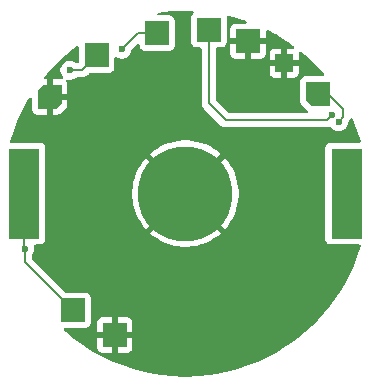
<source format=gbr>
%TF.GenerationSoftware,KiCad,Pcbnew,9.0.2*%
%TF.CreationDate,2025-05-30T03:52:38+02:00*%
%TF.ProjectId,Clock10,436c6f63-6b31-4302-9e6b-696361645f70,rev?*%
%TF.SameCoordinates,Original*%
%TF.FileFunction,Copper,L2,Bot*%
%TF.FilePolarity,Positive*%
%FSLAX46Y46*%
G04 Gerber Fmt 4.6, Leading zero omitted, Abs format (unit mm)*
G04 Created by KiCad (PCBNEW 9.0.2) date 2025-05-30 03:52:38*
%MOMM*%
%LPD*%
G01*
G04 APERTURE LIST*
G04 Aperture macros list*
%AMOutline5P*
0 Free polygon, 5 corners , with rotation*
0 The origin of the aperture is its center*
0 number of corners: always 5*
0 $1 to $10 corner X, Y*
0 $11 Rotation angle, in degrees counterclockwise*
0 create outline with 5 corners*
4,1,5,$1,$2,$3,$4,$5,$6,$7,$8,$9,$10,$1,$2,$11*%
%AMOutline6P*
0 Free polygon, 6 corners , with rotation*
0 The origin of the aperture is its center*
0 number of corners: always 6*
0 $1 to $12 corner X, Y*
0 $13 Rotation angle, in degrees counterclockwise*
0 create outline with 6 corners*
4,1,6,$1,$2,$3,$4,$5,$6,$7,$8,$9,$10,$11,$12,$1,$2,$13*%
%AMOutline7P*
0 Free polygon, 7 corners , with rotation*
0 The origin of the aperture is its center*
0 number of corners: always 7*
0 $1 to $14 corner X, Y*
0 $15 Rotation angle, in degrees counterclockwise*
0 create outline with 7 corners*
4,1,7,$1,$2,$3,$4,$5,$6,$7,$8,$9,$10,$11,$12,$13,$14,$1,$2,$15*%
%AMOutline8P*
0 Free polygon, 8 corners , with rotation*
0 The origin of the aperture is its center*
0 number of corners: always 8*
0 $1 to $16 corner X, Y*
0 $17 Rotation angle, in degrees counterclockwise*
0 create outline with 8 corners*
4,1,8,$1,$2,$3,$4,$5,$6,$7,$8,$9,$10,$11,$12,$13,$14,$15,$16,$1,$2,$17*%
G04 Aperture macros list end*
%TA.AperFunction,SMDPad,CuDef*%
%ADD10Outline5P,-1.000000X1.000000X0.600000X1.000000X1.000000X0.600000X1.000000X-1.000000X-1.000000X-1.000000X180.000000*%
%TD*%
%TA.AperFunction,SMDPad,CuDef*%
%ADD11Outline6P,-1.000000X0.600000X-0.600000X1.000000X1.000000X1.000000X1.000000X-0.600000X0.600000X-1.000000X-1.000000X-1.000000X180.000000*%
%TD*%
%TA.AperFunction,SMDPad,CuDef*%
%ADD12C,8.000000*%
%TD*%
%TA.AperFunction,SMDPad,CuDef*%
%ADD13R,2.600000X7.600000*%
%TD*%
%TA.AperFunction,SMDPad,CuDef*%
%ADD14R,1.500000X1.500000*%
%TD*%
%TA.AperFunction,SMDPad,CuDef*%
%ADD15R,2.000000X2.000000*%
%TD*%
%TA.AperFunction,ViaPad*%
%ADD16C,0.600000*%
%TD*%
%TA.AperFunction,Conductor*%
%ADD17C,0.200000*%
%TD*%
G04 APERTURE END LIST*
D10*
%TO.P,S3,1,In*%
%TO.N,Net-(S3-In)*%
X111220000Y-91550000D03*
%TD*%
D11*
%TO.P,GS1,1,In*%
%TO.N,GND*%
X88510000Y-91810000D03*
%TD*%
D12*
%TO.P,BT1,2,-*%
%TO.N,GND*%
X100000000Y-100000000D03*
D13*
%TO.P,BT1,1,+*%
%TO.N,VCC*%
X86350000Y-100000000D03*
X113650000Y-100000000D03*
%TD*%
D14*
%TO.P,GS3,1,In*%
%TO.N,GND*%
X108370000Y-88970000D03*
%TD*%
D15*
%TO.P,GND1,1,1*%
%TO.N,GND*%
X94020000Y-111980000D03*
%TD*%
%TO.P,Reset1,1,1*%
%TO.N,Net-(U1-~{RESET}{slash}PA0)*%
X97630000Y-86420000D03*
%TD*%
%TO.P,GS2,1,In*%
%TO.N,GND*%
X105310000Y-87110000D03*
%TD*%
%TO.P,S2,1,In*%
%TO.N,Net-(S2-In)*%
X101990000Y-86120000D03*
%TD*%
%TO.P,S1,1,In*%
%TO.N,Net-(S1-In)*%
X92490000Y-88300000D03*
%TD*%
%TO.P,VCC1,1,1*%
%TO.N,VCC*%
X90480000Y-109880000D03*
%TD*%
D16*
%TO.N,Net-(U1-~{RESET}{slash}PA0)*%
X94630000Y-87790000D03*
%TO.N,VCC*%
X86420000Y-104660000D03*
%TO.N,GND*%
X113450000Y-105560000D03*
X97000000Y-113310000D03*
X105120000Y-95170000D03*
X87270000Y-94340000D03*
X100000000Y-86280000D03*
X103000000Y-113310000D03*
X105120000Y-92560000D03*
X100000000Y-100000000D03*
X113490000Y-95080000D03*
%TO.N,Net-(S1-In)*%
X90220000Y-89550000D03*
%TO.N,Net-(S2-In)*%
X112412105Y-93340126D03*
%TO.N,Net-(S3-In)*%
X112973433Y-93910139D03*
%TD*%
D17*
%TO.N,Net-(U1-~{RESET}{slash}PA0)*%
X97630000Y-86420000D02*
X96000000Y-86420000D01*
X94630000Y-87790000D02*
X94660000Y-87760000D01*
X96000000Y-86420000D02*
X94630000Y-87790000D01*
%TO.N,VCC*%
X86420000Y-105820000D02*
X90480000Y-109880000D01*
X86350000Y-104590000D02*
X86350000Y-100000000D01*
X86420000Y-104660000D02*
X86350000Y-104590000D01*
X86420000Y-104660000D02*
X86420000Y-105820000D01*
%TO.N,Net-(S1-In)*%
X90220000Y-89550000D02*
X91240000Y-89550000D01*
X91240000Y-89550000D02*
X92490000Y-88300000D01*
%TO.N,Net-(S2-In)*%
X112412105Y-93340126D02*
X111982231Y-93770000D01*
X103410000Y-93770000D02*
X101970000Y-92330000D01*
X111982231Y-93770000D02*
X103410000Y-93770000D01*
X101970000Y-92330000D02*
X101970000Y-86250000D01*
%TO.N,Net-(S3-In)*%
X113360000Y-92830000D02*
X112080000Y-91550000D01*
X112973433Y-93910139D02*
X113360000Y-93523572D01*
X113360000Y-93523572D02*
X113360000Y-92830000D01*
X112080000Y-91550000D02*
X111220000Y-91550000D01*
%TD*%
%TA.AperFunction,Conductor*%
%TO.N,GND*%
G36*
X100383409Y-84505316D02*
G01*
X100595736Y-84515748D01*
X100661729Y-84538699D01*
X100704838Y-84593684D01*
X100711376Y-84663247D01*
X100679268Y-84725302D01*
X100663965Y-84738864D01*
X100632454Y-84762453D01*
X100632452Y-84762455D01*
X100546206Y-84877664D01*
X100546202Y-84877671D01*
X100495908Y-85012517D01*
X100489501Y-85072116D01*
X100489500Y-85072135D01*
X100489500Y-87167870D01*
X100489501Y-87167876D01*
X100495908Y-87227483D01*
X100546202Y-87362328D01*
X100546206Y-87362335D01*
X100632452Y-87477544D01*
X100632455Y-87477547D01*
X100747664Y-87563793D01*
X100747671Y-87563797D01*
X100788039Y-87578853D01*
X100882517Y-87614091D01*
X100942127Y-87620500D01*
X101245500Y-87620499D01*
X101312539Y-87640183D01*
X101358294Y-87692987D01*
X101369500Y-87744499D01*
X101369500Y-92243330D01*
X101369499Y-92243348D01*
X101369499Y-92409054D01*
X101369498Y-92409054D01*
X101403226Y-92534924D01*
X101410423Y-92561785D01*
X101415391Y-92570389D01*
X101415392Y-92570390D01*
X101415393Y-92570393D01*
X101489477Y-92698712D01*
X101489481Y-92698717D01*
X101608349Y-92817585D01*
X101608354Y-92817589D01*
X103041284Y-94250520D01*
X103041286Y-94250521D01*
X103041290Y-94250524D01*
X103108495Y-94289324D01*
X103178216Y-94329577D01*
X103330943Y-94370501D01*
X103330945Y-94370501D01*
X103496654Y-94370501D01*
X103496670Y-94370500D01*
X111895562Y-94370500D01*
X111895578Y-94370501D01*
X111903174Y-94370501D01*
X112061285Y-94370501D01*
X112061288Y-94370501D01*
X112193430Y-94335093D01*
X112263278Y-94336756D01*
X112321141Y-94375918D01*
X112328624Y-94385977D01*
X112351643Y-94420427D01*
X112351646Y-94420431D01*
X112463140Y-94531925D01*
X112463144Y-94531928D01*
X112594247Y-94619529D01*
X112594260Y-94619536D01*
X112739931Y-94679874D01*
X112739936Y-94679876D01*
X112894586Y-94710638D01*
X112894589Y-94710639D01*
X112894591Y-94710639D01*
X113052277Y-94710639D01*
X113052278Y-94710638D01*
X113206930Y-94679876D01*
X113352612Y-94619533D01*
X113483722Y-94531928D01*
X113595222Y-94420428D01*
X113682827Y-94289318D01*
X113743170Y-94143636D01*
X113773933Y-93988981D01*
X113773933Y-93988979D01*
X113774070Y-93988291D01*
X113794376Y-93940983D01*
X113800494Y-93932313D01*
X113840520Y-93892288D01*
X113890639Y-93805476D01*
X113919577Y-93755357D01*
X113928858Y-93720718D01*
X113942933Y-93697625D01*
X113953841Y-93672870D01*
X113960849Y-93668232D01*
X113965222Y-93661058D01*
X113989551Y-93649239D01*
X114012109Y-93634312D01*
X114020510Y-93634199D01*
X114028069Y-93630528D01*
X114054927Y-93633738D01*
X114081972Y-93633377D01*
X114089100Y-93637824D01*
X114097445Y-93638822D01*
X114118303Y-93656044D01*
X114141251Y-93670361D01*
X114148005Y-93680567D01*
X114151323Y-93683307D01*
X114160728Y-93699794D01*
X114168495Y-93716216D01*
X114170961Y-93721780D01*
X114459761Y-94419005D01*
X114461951Y-94424684D01*
X114716180Y-95135207D01*
X114718090Y-95140986D01*
X114838979Y-95539505D01*
X114839602Y-95609372D01*
X114802354Y-95668485D01*
X114739060Y-95698075D01*
X114720318Y-95699500D01*
X112302129Y-95699500D01*
X112302123Y-95699501D01*
X112242516Y-95705908D01*
X112107671Y-95756202D01*
X112107664Y-95756206D01*
X111992455Y-95842452D01*
X111992452Y-95842455D01*
X111906206Y-95957664D01*
X111906202Y-95957671D01*
X111855908Y-96092517D01*
X111849501Y-96152116D01*
X111849501Y-96152123D01*
X111849500Y-96152135D01*
X111849500Y-103847870D01*
X111849501Y-103847876D01*
X111855908Y-103907483D01*
X111906202Y-104042328D01*
X111906206Y-104042335D01*
X111992452Y-104157544D01*
X111992455Y-104157547D01*
X112107664Y-104243793D01*
X112107671Y-104243797D01*
X112242517Y-104294091D01*
X112242516Y-104294091D01*
X112249444Y-104294835D01*
X112302127Y-104300500D01*
X114720319Y-104300499D01*
X114787358Y-104320184D01*
X114833113Y-104372987D01*
X114843057Y-104442146D01*
X114838980Y-104460494D01*
X114718090Y-104859013D01*
X114716180Y-104864792D01*
X114461951Y-105575315D01*
X114459761Y-105580994D01*
X114170961Y-106278219D01*
X114168495Y-106283783D01*
X113845825Y-106966011D01*
X113843088Y-106971447D01*
X113487349Y-107636988D01*
X113484349Y-107642284D01*
X113096374Y-108289583D01*
X113093118Y-108294725D01*
X112673851Y-108922201D01*
X112670347Y-108927177D01*
X112220782Y-109533344D01*
X112217037Y-109538142D01*
X111738288Y-110121500D01*
X111734313Y-110126108D01*
X111227509Y-110685281D01*
X111223312Y-110689689D01*
X110689689Y-111223312D01*
X110685281Y-111227509D01*
X110126108Y-111734313D01*
X110121500Y-111738288D01*
X109538142Y-112217037D01*
X109533344Y-112220782D01*
X108927177Y-112670347D01*
X108922201Y-112673851D01*
X108294725Y-113093118D01*
X108289583Y-113096374D01*
X107642284Y-113484349D01*
X107636988Y-113487349D01*
X106971447Y-113843088D01*
X106966011Y-113845825D01*
X106283783Y-114168495D01*
X106278219Y-114170961D01*
X105580994Y-114459761D01*
X105575315Y-114461951D01*
X104864792Y-114716180D01*
X104859013Y-114718090D01*
X104136825Y-114937163D01*
X104130960Y-114938786D01*
X103398900Y-115122158D01*
X103392961Y-115123491D01*
X102652820Y-115270714D01*
X102646824Y-115271755D01*
X101900313Y-115382490D01*
X101894272Y-115383235D01*
X101143248Y-115457204D01*
X101137179Y-115457652D01*
X100641345Y-115482011D01*
X100383408Y-115494683D01*
X100377326Y-115494832D01*
X99622674Y-115494832D01*
X99616591Y-115494683D01*
X99239704Y-115476167D01*
X98862820Y-115457652D01*
X98856751Y-115457204D01*
X98105727Y-115383235D01*
X98099686Y-115382490D01*
X97353175Y-115271755D01*
X97347179Y-115270714D01*
X96607038Y-115123491D01*
X96601099Y-115122158D01*
X95869039Y-114938786D01*
X95863174Y-114937163D01*
X95140986Y-114718090D01*
X95135207Y-114716180D01*
X94424684Y-114461951D01*
X94419005Y-114459761D01*
X93721780Y-114170961D01*
X93716216Y-114168495D01*
X93033988Y-113845825D01*
X93028552Y-113843088D01*
X92363011Y-113487349D01*
X92357715Y-113484349D01*
X91920166Y-113222093D01*
X91710403Y-113096365D01*
X91705288Y-113093126D01*
X91607586Y-113027844D01*
X92520000Y-113027844D01*
X92526401Y-113087372D01*
X92526403Y-113087379D01*
X92576645Y-113222086D01*
X92576649Y-113222093D01*
X92662809Y-113337187D01*
X92662812Y-113337190D01*
X92777906Y-113423350D01*
X92777913Y-113423354D01*
X92912620Y-113473596D01*
X92912627Y-113473598D01*
X92972155Y-113479999D01*
X92972172Y-113480000D01*
X93770000Y-113480000D01*
X94270000Y-113480000D01*
X95067828Y-113480000D01*
X95067844Y-113479999D01*
X95127372Y-113473598D01*
X95127379Y-113473596D01*
X95262086Y-113423354D01*
X95262093Y-113423350D01*
X95377187Y-113337190D01*
X95377190Y-113337187D01*
X95463350Y-113222093D01*
X95463354Y-113222086D01*
X95513596Y-113087379D01*
X95513598Y-113087372D01*
X95519999Y-113027844D01*
X95520000Y-113027827D01*
X95520000Y-112230000D01*
X94270000Y-112230000D01*
X94270000Y-113480000D01*
X93770000Y-113480000D01*
X93770000Y-112230000D01*
X92520000Y-112230000D01*
X92520000Y-113027844D01*
X91607586Y-113027844D01*
X91077798Y-112673851D01*
X91072822Y-112670347D01*
X90544123Y-112278236D01*
X90466655Y-112220782D01*
X90461857Y-112217037D01*
X89878499Y-111738288D01*
X89873891Y-111734313D01*
X89721702Y-111596377D01*
X89685248Y-111536771D01*
X89686807Y-111466918D01*
X89725883Y-111408998D01*
X89790071Y-111381398D01*
X89804975Y-111380499D01*
X91527871Y-111380499D01*
X91527872Y-111380499D01*
X91587483Y-111374091D01*
X91722331Y-111323796D01*
X91837546Y-111237546D01*
X91923796Y-111122331D01*
X91974091Y-110987483D01*
X91980040Y-110932155D01*
X92520000Y-110932155D01*
X92520000Y-111730000D01*
X93770000Y-111730000D01*
X94270000Y-111730000D01*
X95520000Y-111730000D01*
X95520000Y-110932172D01*
X95519999Y-110932155D01*
X95513598Y-110872627D01*
X95513596Y-110872620D01*
X95463354Y-110737913D01*
X95463350Y-110737906D01*
X95377190Y-110622812D01*
X95377187Y-110622809D01*
X95262093Y-110536649D01*
X95262086Y-110536645D01*
X95127379Y-110486403D01*
X95127372Y-110486401D01*
X95067844Y-110480000D01*
X94270000Y-110480000D01*
X94270000Y-111730000D01*
X93770000Y-111730000D01*
X93770000Y-110480000D01*
X92972155Y-110480000D01*
X92912627Y-110486401D01*
X92912620Y-110486403D01*
X92777913Y-110536645D01*
X92777906Y-110536649D01*
X92662812Y-110622809D01*
X92662809Y-110622812D01*
X92576649Y-110737906D01*
X92576645Y-110737913D01*
X92526403Y-110872620D01*
X92526401Y-110872627D01*
X92520000Y-110932155D01*
X91980040Y-110932155D01*
X91980500Y-110927873D01*
X91980499Y-108832128D01*
X91974091Y-108772517D01*
X91923796Y-108637669D01*
X91923795Y-108637668D01*
X91923793Y-108637664D01*
X91837547Y-108522455D01*
X91837544Y-108522452D01*
X91722335Y-108436206D01*
X91722328Y-108436202D01*
X91587482Y-108385908D01*
X91587483Y-108385908D01*
X91527883Y-108379501D01*
X91527881Y-108379500D01*
X91527873Y-108379500D01*
X91527865Y-108379500D01*
X89880097Y-108379500D01*
X89813058Y-108359815D01*
X89792416Y-108343181D01*
X87056819Y-105607584D01*
X87023334Y-105546261D01*
X87020500Y-105519903D01*
X87020500Y-105239765D01*
X87040185Y-105172726D01*
X87041398Y-105170874D01*
X87129390Y-105039185D01*
X87129390Y-105039184D01*
X87129394Y-105039179D01*
X87189737Y-104893497D01*
X87220500Y-104738842D01*
X87220500Y-104581158D01*
X87220500Y-104581155D01*
X87220499Y-104581153D01*
X87194151Y-104448690D01*
X87200378Y-104379099D01*
X87243241Y-104323921D01*
X87309131Y-104300677D01*
X87315768Y-104300499D01*
X87697871Y-104300499D01*
X87697872Y-104300499D01*
X87757483Y-104294091D01*
X87892331Y-104243796D01*
X88007546Y-104157546D01*
X88093796Y-104042331D01*
X88144091Y-103907483D01*
X88150500Y-103847873D01*
X88150500Y-103355444D01*
X96998106Y-103355444D01*
X96998107Y-103355445D01*
X97257957Y-103573486D01*
X97579841Y-103798872D01*
X97579856Y-103798881D01*
X97920145Y-103995347D01*
X97920161Y-103995355D01*
X98276266Y-104161411D01*
X98276281Y-104161417D01*
X98645541Y-104295817D01*
X99025086Y-104397514D01*
X99025099Y-104397517D01*
X99412070Y-104465751D01*
X99412068Y-104465751D01*
X99803524Y-104499999D01*
X99803525Y-104500000D01*
X100196475Y-104500000D01*
X100196475Y-104499999D01*
X100587930Y-104465751D01*
X100974900Y-104397517D01*
X100974913Y-104397514D01*
X101354458Y-104295817D01*
X101723718Y-104161417D01*
X101723733Y-104161411D01*
X102079838Y-103995355D01*
X102079854Y-103995347D01*
X102420143Y-103798881D01*
X102420158Y-103798872D01*
X102742042Y-103573486D01*
X103001891Y-103355445D01*
X103001892Y-103355444D01*
X100000000Y-100353553D01*
X96998106Y-103355444D01*
X88150500Y-103355444D01*
X88150499Y-99803524D01*
X95500000Y-99803524D01*
X95500000Y-100196475D01*
X95534248Y-100587930D01*
X95602482Y-100974900D01*
X95602485Y-100974913D01*
X95704182Y-101354458D01*
X95838582Y-101723718D01*
X95838588Y-101723733D01*
X96004644Y-102079838D01*
X96004652Y-102079854D01*
X96201118Y-102420143D01*
X96201127Y-102420158D01*
X96426513Y-102742042D01*
X96644553Y-103001891D01*
X96644554Y-103001892D01*
X99646446Y-100000001D01*
X99646446Y-99999999D01*
X100353553Y-99999999D01*
X100353553Y-100000000D01*
X103355444Y-103001892D01*
X103355445Y-103001891D01*
X103573486Y-102742042D01*
X103798872Y-102420158D01*
X103798881Y-102420143D01*
X103995347Y-102079854D01*
X103995355Y-102079838D01*
X104161411Y-101723733D01*
X104161417Y-101723718D01*
X104295817Y-101354458D01*
X104397514Y-100974913D01*
X104397517Y-100974900D01*
X104465751Y-100587930D01*
X104499999Y-100196475D01*
X104500000Y-100196475D01*
X104500000Y-99803525D01*
X104499999Y-99803524D01*
X104465751Y-99412069D01*
X104397517Y-99025099D01*
X104397514Y-99025086D01*
X104295817Y-98645541D01*
X104161417Y-98276281D01*
X104161411Y-98276266D01*
X103995355Y-97920161D01*
X103995347Y-97920145D01*
X103798881Y-97579856D01*
X103798872Y-97579841D01*
X103573486Y-97257957D01*
X103355445Y-96998107D01*
X103355444Y-96998106D01*
X100353553Y-99999999D01*
X99646446Y-99999999D01*
X96644555Y-96998107D01*
X96426508Y-97257964D01*
X96201127Y-97579841D01*
X96201118Y-97579856D01*
X96004652Y-97920145D01*
X96004644Y-97920161D01*
X95838588Y-98276266D01*
X95838582Y-98276281D01*
X95704182Y-98645541D01*
X95602485Y-99025086D01*
X95602482Y-99025099D01*
X95534248Y-99412069D01*
X95500000Y-99803524D01*
X88150499Y-99803524D01*
X88150499Y-96644555D01*
X96998107Y-96644555D01*
X99999999Y-99646446D01*
X103001892Y-96644554D01*
X103001891Y-96644553D01*
X102742042Y-96426513D01*
X102420158Y-96201127D01*
X102420143Y-96201118D01*
X102079854Y-96004652D01*
X102079838Y-96004644D01*
X101723733Y-95838588D01*
X101723718Y-95838582D01*
X101354458Y-95704182D01*
X100974913Y-95602485D01*
X100974900Y-95602482D01*
X100587929Y-95534248D01*
X100587931Y-95534248D01*
X100196475Y-95500000D01*
X99803525Y-95500000D01*
X99412069Y-95534248D01*
X99025099Y-95602482D01*
X99025086Y-95602485D01*
X98645541Y-95704182D01*
X98276281Y-95838582D01*
X98276266Y-95838588D01*
X97920161Y-96004644D01*
X97920145Y-96004652D01*
X97579856Y-96201118D01*
X97579841Y-96201127D01*
X97257964Y-96426508D01*
X96998107Y-96644555D01*
X88150499Y-96644555D01*
X88150499Y-96152128D01*
X88144091Y-96092517D01*
X88093796Y-95957669D01*
X88093795Y-95957668D01*
X88093793Y-95957664D01*
X88007547Y-95842455D01*
X88007544Y-95842452D01*
X87892335Y-95756206D01*
X87892328Y-95756202D01*
X87757482Y-95705908D01*
X87757483Y-95705908D01*
X87697883Y-95699501D01*
X87697881Y-95699500D01*
X87697873Y-95699500D01*
X87697865Y-95699500D01*
X85279681Y-95699500D01*
X85212642Y-95679815D01*
X85166887Y-95627011D01*
X85156943Y-95557853D01*
X85161020Y-95539505D01*
X85278834Y-95151121D01*
X85281911Y-95140980D01*
X85283816Y-95135214D01*
X85538056Y-94424662D01*
X85540229Y-94419026D01*
X85829049Y-93721754D01*
X85831492Y-93716241D01*
X86154183Y-93033969D01*
X86156901Y-93028570D01*
X86512663Y-92362986D01*
X86515636Y-92357738D01*
X86779643Y-91917270D01*
X86830991Y-91869889D01*
X86899805Y-91857791D01*
X86964236Y-91884817D01*
X87003828Y-91942386D01*
X87010000Y-91981020D01*
X87010000Y-92857844D01*
X87016401Y-92917372D01*
X87016403Y-92917379D01*
X87066645Y-93052086D01*
X87066649Y-93052093D01*
X87152809Y-93167187D01*
X87152812Y-93167190D01*
X87267906Y-93253350D01*
X87267913Y-93253354D01*
X87402620Y-93303596D01*
X87402627Y-93303598D01*
X87462155Y-93309999D01*
X87462172Y-93310000D01*
X88260000Y-93310000D01*
X88760000Y-93310000D01*
X89150942Y-93310000D01*
X89150943Y-93309999D01*
X89234925Y-93299450D01*
X89367758Y-93244429D01*
X89434596Y-93192507D01*
X89434609Y-93192496D01*
X89892496Y-92734609D01*
X89892507Y-92734596D01*
X89944429Y-92667758D01*
X89944429Y-92667757D01*
X89999450Y-92534924D01*
X90009999Y-92450941D01*
X90010000Y-92450935D01*
X90010000Y-92060000D01*
X88760000Y-92060000D01*
X88760000Y-93310000D01*
X88260000Y-93310000D01*
X88260000Y-90310000D01*
X88169764Y-90310000D01*
X88102725Y-90290315D01*
X88056970Y-90237511D01*
X88047026Y-90168353D01*
X88073911Y-90107335D01*
X88112518Y-90060292D01*
X88261723Y-89878485D01*
X88265673Y-89873905D01*
X88772508Y-89314698D01*
X88776667Y-89310330D01*
X89310330Y-88776667D01*
X89314698Y-88772508D01*
X89873905Y-88265673D01*
X89878485Y-88261723D01*
X90461872Y-87782949D01*
X90466639Y-87779228D01*
X90791634Y-87538195D01*
X90857206Y-87514072D01*
X90925412Y-87529228D01*
X90974596Y-87578853D01*
X90989500Y-87637794D01*
X90989501Y-88825500D01*
X90986950Y-88834185D01*
X90988239Y-88843147D01*
X90977260Y-88867187D01*
X90969816Y-88892539D01*
X90962975Y-88898466D01*
X90959214Y-88906703D01*
X90936981Y-88920990D01*
X90917013Y-88938294D01*
X90906497Y-88940581D01*
X90900436Y-88944477D01*
X90865501Y-88949500D01*
X90799766Y-88949500D01*
X90732727Y-88929815D01*
X90730875Y-88928602D01*
X90599185Y-88840609D01*
X90599172Y-88840602D01*
X90453501Y-88780264D01*
X90453489Y-88780261D01*
X90298845Y-88749500D01*
X90298842Y-88749500D01*
X90141158Y-88749500D01*
X90141155Y-88749500D01*
X89986510Y-88780261D01*
X89986498Y-88780264D01*
X89840827Y-88840602D01*
X89840814Y-88840609D01*
X89709711Y-88928210D01*
X89709707Y-88928213D01*
X89598213Y-89039707D01*
X89598210Y-89039711D01*
X89510609Y-89170814D01*
X89510602Y-89170827D01*
X89450264Y-89316498D01*
X89450261Y-89316510D01*
X89419500Y-89471153D01*
X89419500Y-89628846D01*
X89450261Y-89783489D01*
X89450264Y-89783501D01*
X89510602Y-89929172D01*
X89510609Y-89929185D01*
X89598210Y-90060288D01*
X89598213Y-90060292D01*
X89636240Y-90098319D01*
X89669725Y-90159642D01*
X89664741Y-90229334D01*
X89622869Y-90285267D01*
X89557405Y-90309684D01*
X89548559Y-90310000D01*
X88760000Y-90310000D01*
X88760000Y-91560000D01*
X90010000Y-91560000D01*
X90010000Y-90762172D01*
X90009999Y-90762155D01*
X90003598Y-90702627D01*
X90003596Y-90702620D01*
X89953354Y-90567913D01*
X89953350Y-90567906D01*
X89923200Y-90527631D01*
X89898782Y-90462167D01*
X89913633Y-90393894D01*
X89963038Y-90344488D01*
X90031311Y-90329636D01*
X90046658Y-90331703D01*
X90141155Y-90350500D01*
X90141158Y-90350500D01*
X90298844Y-90350500D01*
X90298845Y-90350499D01*
X90453497Y-90319737D01*
X90599179Y-90259394D01*
X90644167Y-90229334D01*
X90730875Y-90171398D01*
X90797553Y-90150520D01*
X90799766Y-90150500D01*
X91153331Y-90150500D01*
X91153347Y-90150501D01*
X91160943Y-90150501D01*
X91319054Y-90150501D01*
X91319057Y-90150501D01*
X91471785Y-90109577D01*
X91521904Y-90080639D01*
X91608716Y-90030520D01*
X91720520Y-89918716D01*
X91720521Y-89918713D01*
X91802418Y-89836815D01*
X91863740Y-89803333D01*
X91890097Y-89800499D01*
X93537871Y-89800499D01*
X93537872Y-89800499D01*
X93597483Y-89794091D01*
X93732331Y-89743796D01*
X93847546Y-89657546D01*
X93933796Y-89542331D01*
X93984091Y-89407483D01*
X93990500Y-89347873D01*
X93990499Y-88557439D01*
X94010183Y-88490401D01*
X94062987Y-88444646D01*
X94132146Y-88434702D01*
X94183390Y-88454338D01*
X94250821Y-88499394D01*
X94250823Y-88499395D01*
X94250827Y-88499397D01*
X94396498Y-88559735D01*
X94396503Y-88559737D01*
X94551153Y-88590499D01*
X94551156Y-88590500D01*
X94551158Y-88590500D01*
X94708844Y-88590500D01*
X94708845Y-88590499D01*
X94863497Y-88559737D01*
X95009179Y-88499394D01*
X95140289Y-88411789D01*
X95251789Y-88300289D01*
X95339394Y-88169179D01*
X95399737Y-88023497D01*
X95430500Y-87868842D01*
X95430638Y-87868150D01*
X95463023Y-87806239D01*
X95464521Y-87804713D01*
X95917821Y-87351412D01*
X95979142Y-87317929D01*
X96048833Y-87322913D01*
X96104767Y-87364784D01*
X96129184Y-87430249D01*
X96129500Y-87439091D01*
X96129500Y-87467868D01*
X96129501Y-87467876D01*
X96135908Y-87527483D01*
X96186202Y-87662328D01*
X96186206Y-87662335D01*
X96272452Y-87777544D01*
X96272455Y-87777547D01*
X96387664Y-87863793D01*
X96387671Y-87863797D01*
X96522517Y-87914091D01*
X96522516Y-87914091D01*
X96529444Y-87914835D01*
X96582127Y-87920500D01*
X98677872Y-87920499D01*
X98737483Y-87914091D01*
X98872331Y-87863796D01*
X98987546Y-87777546D01*
X99073796Y-87662331D01*
X99124091Y-87527483D01*
X99130500Y-87467873D01*
X99130499Y-85372128D01*
X99124091Y-85312517D01*
X99113387Y-85283819D01*
X99073797Y-85177671D01*
X99073793Y-85177664D01*
X98987547Y-85062455D01*
X98987544Y-85062452D01*
X98872335Y-84976206D01*
X98872328Y-84976202D01*
X98737482Y-84925908D01*
X98737483Y-84925908D01*
X98677883Y-84919501D01*
X98677881Y-84919500D01*
X98677873Y-84919500D01*
X98677865Y-84919500D01*
X97744857Y-84919500D01*
X97677818Y-84899815D01*
X97632063Y-84847011D01*
X97622119Y-84777853D01*
X97651144Y-84714297D01*
X97709922Y-84676523D01*
X97726655Y-84672843D01*
X98099705Y-84617506D01*
X98105707Y-84616766D01*
X98856788Y-84542792D01*
X98862784Y-84542349D01*
X99616590Y-84505316D01*
X99622674Y-84505168D01*
X100377326Y-84505168D01*
X100383409Y-84505316D01*
G37*
%TD.AperFunction*%
%TA.AperFunction,Conductor*%
G36*
X103643986Y-84939231D02*
G01*
X104130960Y-85061213D01*
X104136823Y-85062835D01*
X104859020Y-85281911D01*
X104864784Y-85283816D01*
X104944989Y-85312514D01*
X105103552Y-85369249D01*
X105160042Y-85410367D01*
X105185333Y-85475499D01*
X105171396Y-85543965D01*
X105122656Y-85594027D01*
X105061778Y-85610000D01*
X104262155Y-85610000D01*
X104202627Y-85616401D01*
X104202620Y-85616403D01*
X104067913Y-85666645D01*
X104067906Y-85666649D01*
X103952812Y-85752809D01*
X103952809Y-85752812D01*
X103866649Y-85867906D01*
X103866645Y-85867913D01*
X103816403Y-86002620D01*
X103816401Y-86002627D01*
X103810000Y-86062155D01*
X103810000Y-86860000D01*
X106810000Y-86860000D01*
X106810000Y-86277496D01*
X106829685Y-86210457D01*
X106882489Y-86164702D01*
X106951647Y-86154758D01*
X106992448Y-86168136D01*
X107623383Y-86505378D01*
X107636988Y-86512650D01*
X107642278Y-86515647D01*
X108289607Y-86903640D01*
X108294701Y-86906866D01*
X108909900Y-87317929D01*
X108922201Y-87326148D01*
X108927173Y-87329649D01*
X109126586Y-87477544D01*
X109152013Y-87496402D01*
X109194133Y-87552149D01*
X109199429Y-87621817D01*
X109166218Y-87683289D01*
X109105044Y-87717047D01*
X109078146Y-87720000D01*
X108620000Y-87720000D01*
X108620000Y-88720000D01*
X109620000Y-88720000D01*
X109620000Y-88172172D01*
X109619999Y-88172160D01*
X109614436Y-88120425D01*
X109626840Y-88051665D01*
X109674449Y-88000527D01*
X109742148Y-87983246D01*
X109808443Y-88005309D01*
X109816390Y-88011314D01*
X110121500Y-88261711D01*
X110126108Y-88265686D01*
X110685281Y-88772490D01*
X110689689Y-88776687D01*
X111223312Y-89310310D01*
X111227509Y-89314718D01*
X111705614Y-89842227D01*
X111736050Y-89905119D01*
X111727651Y-89974482D01*
X111683086Y-90028294D01*
X111616502Y-90049469D01*
X111613736Y-90049500D01*
X110172129Y-90049500D01*
X110172123Y-90049501D01*
X110112516Y-90055908D01*
X109977671Y-90106202D01*
X109977664Y-90106206D01*
X109862455Y-90192452D01*
X109862452Y-90192455D01*
X109776206Y-90307664D01*
X109776202Y-90307671D01*
X109725908Y-90442517D01*
X109719501Y-90502116D01*
X109719500Y-90502135D01*
X109719500Y-92190970D01*
X109730060Y-92275049D01*
X109785136Y-92408015D01*
X109796738Y-92422950D01*
X109837121Y-92474935D01*
X109837127Y-92474941D01*
X110295067Y-92932882D01*
X110295077Y-92932891D01*
X110313979Y-92947574D01*
X110354846Y-93004245D01*
X110358587Y-93074015D01*
X110324014Y-93134731D01*
X110262103Y-93167117D01*
X110237910Y-93169500D01*
X103710098Y-93169500D01*
X103643059Y-93149815D01*
X103622417Y-93133181D01*
X102606819Y-92117583D01*
X102573334Y-92056260D01*
X102570500Y-92029902D01*
X102570500Y-89767844D01*
X107120000Y-89767844D01*
X107126401Y-89827372D01*
X107126403Y-89827379D01*
X107176645Y-89962086D01*
X107176649Y-89962093D01*
X107262809Y-90077187D01*
X107262812Y-90077190D01*
X107377906Y-90163350D01*
X107377913Y-90163354D01*
X107512620Y-90213596D01*
X107512627Y-90213598D01*
X107572155Y-90219999D01*
X107572172Y-90220000D01*
X108120000Y-90220000D01*
X108620000Y-90220000D01*
X109167828Y-90220000D01*
X109167844Y-90219999D01*
X109227372Y-90213598D01*
X109227379Y-90213596D01*
X109362086Y-90163354D01*
X109362093Y-90163350D01*
X109477187Y-90077190D01*
X109477190Y-90077187D01*
X109563350Y-89962093D01*
X109563354Y-89962086D01*
X109613596Y-89827379D01*
X109613598Y-89827372D01*
X109619999Y-89767844D01*
X109620000Y-89767827D01*
X109620000Y-89220000D01*
X108620000Y-89220000D01*
X108620000Y-90220000D01*
X108120000Y-90220000D01*
X108120000Y-89220000D01*
X107120000Y-89220000D01*
X107120000Y-89767844D01*
X102570500Y-89767844D01*
X102570500Y-88157844D01*
X103810000Y-88157844D01*
X103816401Y-88217372D01*
X103816403Y-88217379D01*
X103866645Y-88352086D01*
X103866649Y-88352093D01*
X103952809Y-88467187D01*
X103952812Y-88467190D01*
X104067906Y-88553350D01*
X104067913Y-88553354D01*
X104202620Y-88603596D01*
X104202627Y-88603598D01*
X104262155Y-88609999D01*
X104262172Y-88610000D01*
X105060000Y-88610000D01*
X105560000Y-88610000D01*
X106357828Y-88610000D01*
X106357844Y-88609999D01*
X106417372Y-88603598D01*
X106417379Y-88603596D01*
X106552086Y-88553354D01*
X106552093Y-88553350D01*
X106667187Y-88467190D01*
X106667190Y-88467187D01*
X106753350Y-88352093D01*
X106753354Y-88352086D01*
X106803596Y-88217379D01*
X106803598Y-88217372D01*
X106808460Y-88172155D01*
X107120000Y-88172155D01*
X107120000Y-88720000D01*
X108120000Y-88720000D01*
X108120000Y-87720000D01*
X107572155Y-87720000D01*
X107512627Y-87726401D01*
X107512620Y-87726403D01*
X107377913Y-87776645D01*
X107377906Y-87776649D01*
X107262812Y-87862809D01*
X107262809Y-87862812D01*
X107176649Y-87977906D01*
X107176645Y-87977913D01*
X107126403Y-88112620D01*
X107126401Y-88112627D01*
X107120000Y-88172155D01*
X106808460Y-88172155D01*
X106809999Y-88157845D01*
X106810000Y-88157827D01*
X106810000Y-87360000D01*
X105560000Y-87360000D01*
X105560000Y-88610000D01*
X105060000Y-88610000D01*
X105060000Y-87360000D01*
X103810000Y-87360000D01*
X103810000Y-88157844D01*
X102570500Y-88157844D01*
X102570500Y-87744499D01*
X102590185Y-87677460D01*
X102642989Y-87631705D01*
X102694500Y-87620499D01*
X103037871Y-87620499D01*
X103037872Y-87620499D01*
X103097483Y-87614091D01*
X103232331Y-87563796D01*
X103347546Y-87477546D01*
X103433796Y-87362331D01*
X103439188Y-87347872D01*
X103469985Y-87265305D01*
X103469985Y-87265304D01*
X103484090Y-87227485D01*
X103484091Y-87227483D01*
X103487850Y-87192517D01*
X103490500Y-87167873D01*
X103490499Y-85072128D01*
X103490498Y-85072116D01*
X103490321Y-85068804D01*
X103491294Y-85068751D01*
X103502974Y-85004012D01*
X103550584Y-84952875D01*
X103618283Y-84935595D01*
X103643986Y-84939231D01*
G37*
%TD.AperFunction*%
%TD*%
M02*

</source>
